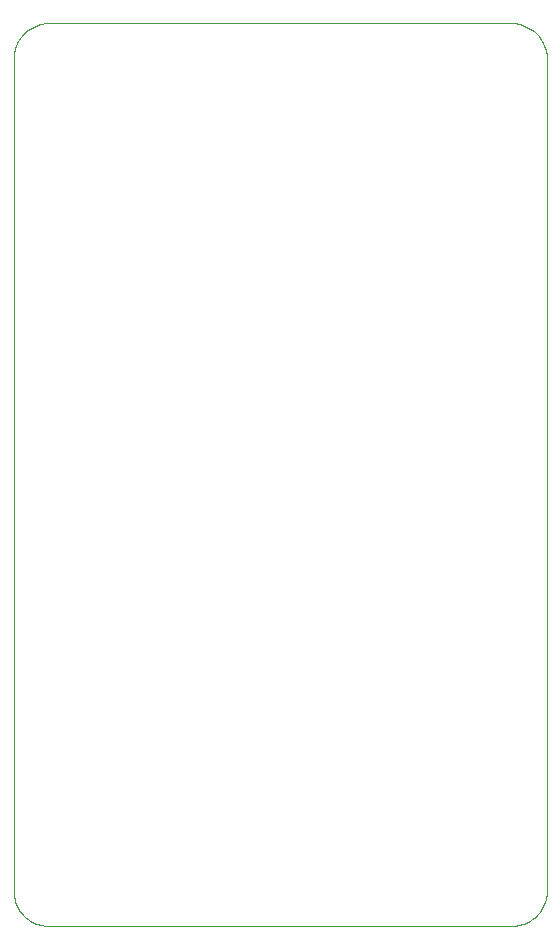
<source format=gbr>
%TF.GenerationSoftware,KiCad,Pcbnew,5.1.8-db9833491~88~ubuntu20.10.1*%
%TF.CreationDate,2020-11-26T22:30:36-06:00*%
%TF.ProjectId,micropad,6d696372-6f70-4616-942e-6b696361645f,rev?*%
%TF.SameCoordinates,Original*%
%TF.FileFunction,Profile,NP*%
%FSLAX46Y46*%
G04 Gerber Fmt 4.6, Leading zero omitted, Abs format (unit mm)*
G04 Created by KiCad (PCBNEW 5.1.8-db9833491~88~ubuntu20.10.1) date 2020-11-26 22:30:36*
%MOMM*%
%LPD*%
G01*
G04 APERTURE LIST*
%TA.AperFunction,Profile*%
%ADD10C,0.050000*%
%TD*%
G04 APERTURE END LIST*
D10*
X30820400Y-24025900D02*
X30734800Y-24193800D01*
X32703200Y-22565400D02*
X32522300Y-22617900D01*
X75122300Y-23863600D02*
X75016300Y-23707800D01*
X30449300Y-95923100D02*
X30455200Y-96111500D01*
X30916300Y-23863600D02*
X30820400Y-24025900D01*
X75016300Y-23707800D02*
X74900800Y-23558800D01*
X32887200Y-98870000D02*
X33073300Y-98899400D01*
X30596100Y-96850100D02*
X30660000Y-97027500D01*
X74196800Y-22938100D02*
X74034600Y-22842200D01*
X31022300Y-97686400D02*
X31137800Y-97835400D01*
X75536200Y-24909000D02*
X75495000Y-24725000D01*
X30734800Y-97200400D02*
X30820400Y-97368300D01*
X30543600Y-24725000D02*
X30502400Y-24909000D01*
X30473000Y-25095100D02*
X30455200Y-25282700D01*
X75495000Y-24725000D02*
X75442500Y-24544100D01*
X32703200Y-98828800D02*
X32887200Y-98870000D01*
X31841800Y-22938100D02*
X31686000Y-23044100D01*
X75378600Y-24366700D02*
X75303800Y-24193800D01*
X75218200Y-24025900D02*
X75122300Y-23863600D01*
X75442500Y-96850100D02*
X75495000Y-96669200D01*
X74900800Y-23558800D02*
X74776200Y-23417500D01*
X30449300Y-25471100D02*
X30449300Y-95923100D01*
X75495000Y-96669200D02*
X75536200Y-96485200D01*
X32172000Y-22756600D02*
X32004000Y-22842200D01*
X33260900Y-22477000D02*
X33073300Y-22494800D01*
X75565600Y-25095100D02*
X75536200Y-24909000D01*
X30455200Y-96111500D02*
X30473000Y-96299100D01*
X73335400Y-22565400D02*
X73151400Y-22524200D01*
X30734800Y-24193800D02*
X30660000Y-24366700D01*
X30660000Y-97027500D02*
X30734800Y-97200400D01*
X75303800Y-97200400D02*
X75378600Y-97027500D01*
X33449300Y-22471100D02*
X33260900Y-22477000D01*
X31395700Y-98110000D02*
X31537000Y-98234600D01*
X32344900Y-98712400D02*
X32522300Y-98776300D01*
X75218200Y-97368300D02*
X75303800Y-97200400D01*
X75536200Y-96485200D02*
X75565600Y-96299100D01*
X32344900Y-22681800D02*
X32172000Y-22756600D01*
X75583400Y-25282700D02*
X75565600Y-25095100D01*
X30502400Y-24909000D02*
X30473000Y-25095100D01*
X74900800Y-97835400D02*
X75016300Y-97686400D01*
X75589300Y-25471100D02*
X75583400Y-25282700D01*
X75122300Y-97530600D02*
X75218200Y-97368300D01*
X75583400Y-96111500D02*
X75589300Y-95923100D01*
X75589300Y-95923100D02*
X75589300Y-25471100D01*
X31262400Y-97976700D02*
X31395700Y-98110000D01*
X31537000Y-98234600D02*
X31686000Y-98350100D01*
X30543600Y-96669200D02*
X30596100Y-96850100D01*
X32522300Y-22617900D02*
X32344900Y-22681800D01*
X74352600Y-98350100D02*
X74501600Y-98234600D01*
X30916300Y-97530600D02*
X31022300Y-97686400D01*
X73866600Y-98637600D02*
X74034600Y-98552000D01*
X75303800Y-24193800D02*
X75218200Y-24025900D01*
X74776200Y-23417500D02*
X74642900Y-23284200D01*
X73693700Y-98712400D02*
X73866600Y-98637600D01*
X30455200Y-25282700D02*
X30449300Y-25471100D01*
X32887200Y-22524200D02*
X32703200Y-22565400D01*
X74642900Y-23284200D02*
X74501600Y-23159600D01*
X31686000Y-23044100D02*
X31537000Y-23159600D01*
X30820400Y-97368300D02*
X30916300Y-97530600D01*
X75442500Y-24544100D02*
X75378600Y-24366700D01*
X32172000Y-98637600D02*
X32344900Y-98712400D01*
X31537000Y-23159600D02*
X31395700Y-23284200D01*
X74034600Y-98552000D02*
X74196800Y-98456100D01*
X31262400Y-23417500D02*
X31137800Y-23558800D01*
X31137800Y-97835400D02*
X31262400Y-97976700D01*
X30502400Y-96485200D02*
X30543600Y-96669200D01*
X74352600Y-23044100D02*
X74196800Y-22938100D01*
X75565600Y-96299100D02*
X75583400Y-96111500D01*
X30473000Y-96299100D02*
X30502400Y-96485200D01*
X33449300Y-98923100D02*
X72589300Y-98923100D01*
X74776200Y-97976700D02*
X74900800Y-97835400D01*
X73151400Y-22524200D02*
X72965300Y-22494800D01*
X32522300Y-98776300D02*
X32703200Y-98828800D01*
X73516300Y-22617900D02*
X73335400Y-22565400D01*
X33260900Y-98917200D02*
X33449300Y-98923100D01*
X31022300Y-23707800D02*
X30916300Y-23863600D01*
X30596100Y-24544100D02*
X30543600Y-24725000D01*
X72777700Y-22477000D02*
X72589300Y-22471100D01*
X73516300Y-98776300D02*
X73693700Y-98712400D01*
X74642900Y-98110000D02*
X74776200Y-97976700D01*
X75378600Y-97027500D02*
X75442500Y-96850100D01*
X74501600Y-98234600D02*
X74642900Y-98110000D01*
X73693700Y-22681800D02*
X73516300Y-22617900D01*
X74196800Y-98456100D02*
X74352600Y-98350100D01*
X75016300Y-97686400D02*
X75122300Y-97530600D01*
X74034600Y-22842200D02*
X73866600Y-22756600D01*
X72589300Y-98923100D02*
X72777700Y-98917200D01*
X30660000Y-24366700D02*
X30596100Y-24544100D01*
X31137800Y-23558800D02*
X31022300Y-23707800D01*
X74501600Y-23159600D02*
X74352600Y-23044100D01*
X72777700Y-98917200D02*
X72965300Y-98899400D01*
X72965300Y-98899400D02*
X73151400Y-98870000D01*
X31686000Y-98350100D02*
X31841800Y-98456100D01*
X72589300Y-22471100D02*
X33449300Y-22471100D01*
X32004000Y-22842200D02*
X31841800Y-22938100D01*
X73151400Y-98870000D02*
X73335400Y-98828800D01*
X73335400Y-98828800D02*
X73516300Y-98776300D01*
X72965300Y-22494800D02*
X72777700Y-22477000D01*
X33073300Y-22494800D02*
X32887200Y-22524200D01*
X31841800Y-98456100D02*
X32004000Y-98552000D01*
X31395700Y-23284200D02*
X31262400Y-23417500D01*
X33073300Y-98899400D02*
X33260900Y-98917200D01*
X73866600Y-22756600D02*
X73693700Y-22681800D01*
X32004000Y-98552000D02*
X32172000Y-98637600D01*
M02*

</source>
